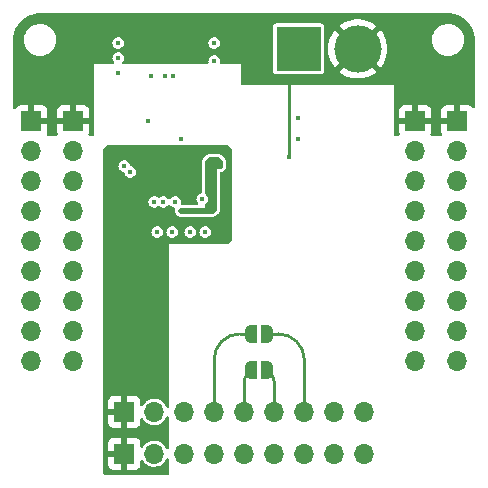
<source format=gbr>
%TF.GenerationSoftware,KiCad,Pcbnew,(6.0.6-1)-1*%
%TF.CreationDate,2022-08-24T14:22:51-07:00*%
%TF.ProjectId,VIO-Board-rounded,56494f2d-426f-4617-9264-2d726f756e64,rev?*%
%TF.SameCoordinates,Original*%
%TF.FileFunction,Copper,L4,Bot*%
%TF.FilePolarity,Positive*%
%FSLAX46Y46*%
G04 Gerber Fmt 4.6, Leading zero omitted, Abs format (unit mm)*
G04 Created by KiCad (PCBNEW (6.0.6-1)-1) date 2022-08-24 14:22:51*
%MOMM*%
%LPD*%
G01*
G04 APERTURE LIST*
G04 Aperture macros list*
%AMFreePoly0*
4,1,22,0.500000,-0.750000,0.000000,-0.750000,0.000000,-0.745033,-0.079941,-0.743568,-0.215256,-0.701293,-0.333266,-0.622738,-0.424486,-0.514219,-0.481581,-0.384460,-0.499164,-0.250000,-0.500000,-0.250000,-0.500000,0.250000,-0.499164,0.250000,-0.499963,0.256109,-0.478152,0.396186,-0.417904,0.524511,-0.324060,0.630769,-0.204165,0.706417,-0.067858,0.745374,0.000000,0.744959,0.000000,0.750000,
0.500000,0.750000,0.500000,-0.750000,0.500000,-0.750000,$1*%
%AMFreePoly1*
4,1,20,0.000000,0.744959,0.073905,0.744508,0.209726,0.703889,0.328688,0.626782,0.421226,0.519385,0.479903,0.390333,0.500000,0.250000,0.500000,-0.250000,0.499851,-0.262216,0.476331,-0.402017,0.414519,-0.529596,0.319384,-0.634700,0.198574,-0.708877,0.061801,-0.746166,0.000000,-0.745033,0.000000,-0.750000,-0.500000,-0.750000,-0.500000,0.750000,0.000000,0.750000,0.000000,0.744959,
0.000000,0.744959,$1*%
G04 Aperture macros list end*
%TA.AperFunction,ComponentPad*%
%ADD10R,1.700000X1.700000*%
%TD*%
%TA.AperFunction,ComponentPad*%
%ADD11O,1.700000X1.700000*%
%TD*%
%TA.AperFunction,ComponentPad*%
%ADD12R,3.800000X3.800000*%
%TD*%
%TA.AperFunction,ComponentPad*%
%ADD13C,4.000000*%
%TD*%
%TA.AperFunction,SMDPad,CuDef*%
%ADD14FreePoly0,180.000000*%
%TD*%
%TA.AperFunction,SMDPad,CuDef*%
%ADD15FreePoly1,180.000000*%
%TD*%
%TA.AperFunction,ViaPad*%
%ADD16C,0.450000*%
%TD*%
%TA.AperFunction,Conductor*%
%ADD17C,0.254000*%
%TD*%
G04 APERTURE END LIST*
D10*
%TO.P,J6,1,Pin_1*%
%TO.N,VS*%
X58445000Y-60208008D03*
D11*
%TO.P,J6,2,Pin_2*%
%TO.N,GNDREF*%
X58445000Y-62748008D03*
%TO.P,J6,3,Pin_3*%
%TO.N,/3V3_CAM1*%
X58445000Y-65288008D03*
%TO.P,J6,4,Pin_4*%
%TO.N,/GPIO3{slash}TX_CAM1*%
X58445000Y-67828008D03*
%TO.P,J6,5,Pin_5*%
%TO.N,/SYNC*%
X58445000Y-70368008D03*
%TO.P,J6,6,Pin_6*%
%TO.N,GNDREF*%
X58445000Y-72908008D03*
%TO.P,J6,7,Pin_7*%
%TO.N,/OPTO_GND_CAM1*%
X58445000Y-75448008D03*
%TO.P,J6,8,Pin_8*%
%TO.N,/OPTO_OUT_CAM1*%
X58445000Y-77988008D03*
%TO.P,J6,9,Pin_9*%
%TO.N,/OPTO_IN_CAM1*%
X58445000Y-80528008D03*
%TD*%
D10*
%TO.P,J4,1,Pin_1*%
%TO.N,VS*%
X90932000Y-60208000D03*
D11*
%TO.P,J4,2,Pin_2*%
%TO.N,GNDREF*%
X90932000Y-62748000D03*
%TO.P,J4,3,Pin_3*%
%TO.N,/3V3_CAM2*%
X90932000Y-65288000D03*
%TO.P,J4,4,Pin_4*%
%TO.N,/GPIO3{slash}TX_CAM2*%
X90932000Y-67828000D03*
%TO.P,J4,5,Pin_5*%
%TO.N,/SYNC*%
X90932000Y-70368000D03*
%TO.P,J4,6,Pin_6*%
%TO.N,GNDREF*%
X90932000Y-72908000D03*
%TO.P,J4,7,Pin_7*%
%TO.N,/OPTO_GND_CAM2*%
X90932000Y-75448000D03*
%TO.P,J4,8,Pin_8*%
%TO.N,/OPTO_OUT_CAM2*%
X90932000Y-77988000D03*
%TO.P,J4,9,Pin_9*%
%TO.N,/OPTO_IN_CAM2*%
X90932000Y-80528000D03*
%TD*%
D10*
%TO.P,J5,1,Pin_1*%
%TO.N,VBUS*%
X66304000Y-84836000D03*
D11*
%TO.P,J5,2,Pin_2*%
%TO.N,/TX1*%
X68844000Y-84836000D03*
%TO.P,J5,3,Pin_3*%
%TO.N,/RX1*%
X71384000Y-84836000D03*
%TO.P,J5,4,Pin_4*%
%TO.N,/SYNC*%
X73924000Y-84836000D03*
%TO.P,J5,5,Pin_5*%
%TO.N,GNDREF*%
X76464000Y-84836000D03*
%TO.P,J5,6,Pin_6*%
%TO.N,/RESTORE*%
X79004000Y-84836000D03*
%TO.P,J5,7,Pin_7*%
%TO.N,/SYNC_IN*%
X81544000Y-84836000D03*
%TO.P,J5,8,Pin_8*%
%TO.N,/TX2*%
X84084000Y-84836000D03*
%TO.P,J5,9,Pin_9*%
%TO.N,/RX2*%
X86624000Y-84836000D03*
%TD*%
D12*
%TO.P,J1,1,Pin_1*%
%TO.N,GNDREF*%
X81066000Y-54102000D03*
D13*
%TO.P,J1,2,Pin_2*%
%TO.N,VS*%
X86066000Y-54102000D03*
%TD*%
D10*
%TO.P,J7,1,Pin_1*%
%TO.N,VS*%
X94512994Y-60208008D03*
D11*
%TO.P,J7,2,Pin_2*%
%TO.N,GNDREF*%
X94512994Y-62748008D03*
%TO.P,J7,3,Pin_3*%
%TO.N,/3V3_CAM2*%
X94512994Y-65288008D03*
%TO.P,J7,4,Pin_4*%
%TO.N,/GPIO3{slash}TX_CAM2*%
X94512994Y-67828008D03*
%TO.P,J7,5,Pin_5*%
%TO.N,/SYNC*%
X94512994Y-70368008D03*
%TO.P,J7,6,Pin_6*%
%TO.N,GNDREF*%
X94512994Y-72908008D03*
%TO.P,J7,7,Pin_7*%
%TO.N,/OPTO_GND_CAM2*%
X94512994Y-75448008D03*
%TO.P,J7,8,Pin_8*%
%TO.N,/OPTO_OUT_CAM2*%
X94512994Y-77988008D03*
%TO.P,J7,9,Pin_9*%
%TO.N,/OPTO_IN_CAM2*%
X94512994Y-80528008D03*
%TD*%
D10*
%TO.P,J8,1,Pin_1*%
%TO.N,VBUS*%
X66304000Y-88367000D03*
D11*
%TO.P,J8,2,Pin_2*%
%TO.N,/TX1*%
X68844000Y-88367000D03*
%TO.P,J8,3,Pin_3*%
%TO.N,/RX1*%
X71384000Y-88367000D03*
%TO.P,J8,4,Pin_4*%
%TO.N,/SYNC*%
X73924000Y-88367000D03*
%TO.P,J8,5,Pin_5*%
%TO.N,GNDREF*%
X76464000Y-88367000D03*
%TO.P,J8,6,Pin_6*%
%TO.N,/RESTORE*%
X79004000Y-88367000D03*
%TO.P,J8,7,Pin_7*%
%TO.N,/SYNC_IN*%
X81544000Y-88367000D03*
%TO.P,J8,8,Pin_8*%
%TO.N,/TX2*%
X84084000Y-88367000D03*
%TO.P,J8,9,Pin_9*%
%TO.N,/RX2*%
X86624000Y-88367000D03*
%TD*%
D10*
%TO.P,J3,1,Pin_1*%
%TO.N,VS*%
X61976000Y-60208008D03*
D11*
%TO.P,J3,2,Pin_2*%
%TO.N,GNDREF*%
X61976000Y-62748008D03*
%TO.P,J3,3,Pin_3*%
%TO.N,/3V3_CAM1*%
X61976000Y-65288008D03*
%TO.P,J3,4,Pin_4*%
%TO.N,/GPIO3{slash}TX_CAM1*%
X61976000Y-67828008D03*
%TO.P,J3,5,Pin_5*%
%TO.N,/SYNC*%
X61976000Y-70368008D03*
%TO.P,J3,6,Pin_6*%
%TO.N,GNDREF*%
X61976000Y-72908008D03*
%TO.P,J3,7,Pin_7*%
%TO.N,/OPTO_GND_CAM1*%
X61976000Y-75448008D03*
%TO.P,J3,8,Pin_8*%
%TO.N,/OPTO_OUT_CAM1*%
X61976000Y-77988008D03*
%TO.P,J3,9,Pin_9*%
%TO.N,/OPTO_IN_CAM1*%
X61976000Y-80528008D03*
%TD*%
D14*
%TO.P,JP1,1,A*%
%TO.N,/RESTORE*%
X78374000Y-81280000D03*
D15*
%TO.P,JP1,2,B*%
%TO.N,GNDREF*%
X77074000Y-81280000D03*
%TD*%
D14*
%TO.P,JP2,1,A*%
%TO.N,/SYNC_IN*%
X78374000Y-78232000D03*
D15*
%TO.P,JP2,2,B*%
%TO.N,/SYNC*%
X77074000Y-78232000D03*
%TD*%
D16*
%TO.N,VBUS*%
X72390000Y-62738000D03*
X74930000Y-65024000D03*
X72136000Y-66802000D03*
X74930000Y-67818000D03*
X74930000Y-62738000D03*
X72136000Y-65786000D03*
X74930000Y-66802000D03*
%TO.N,GNDREF*%
X81026000Y-59944000D03*
X71120000Y-61722000D03*
X68326000Y-60198000D03*
X65786000Y-56134000D03*
X68580000Y-56388000D03*
X65786000Y-54864000D03*
X71882000Y-69596000D03*
X72898000Y-66802000D03*
X68834000Y-67056000D03*
X73914000Y-55118000D03*
X65786000Y-53594000D03*
X70358000Y-69596000D03*
X73914000Y-53594000D03*
X73152000Y-69596000D03*
X81026000Y-61722000D03*
X69088000Y-69596000D03*
%TO.N,+3V3*%
X71120000Y-67818000D03*
X74168000Y-63754000D03*
%TO.N,/D-*%
X70612000Y-67056000D03*
X70454000Y-56408223D03*
%TO.N,/D+*%
X69754000Y-56408223D03*
X69596000Y-67056000D03*
%TO.N,/TX2*%
X66294000Y-64008000D03*
%TO.N,/RX2*%
X66802000Y-64516000D03*
%TO.N,VS*%
X80264000Y-63246000D03*
%TD*%
D17*
%TO.N,GNDREF*%
X76464000Y-82321335D02*
X76464000Y-84836000D01*
X76769000Y-81585000D02*
X77074000Y-81280000D01*
X76464015Y-82321335D02*
G75*
G02*
X76769000Y-81585000I1041285J35D01*
G01*
%TO.N,/SYNC*%
X76074954Y-78232000D02*
X77074000Y-78232000D01*
X73924000Y-80382954D02*
X73924000Y-84836000D01*
X74553984Y-78861984D02*
G75*
G02*
X76074954Y-78232000I1520916J-1520916D01*
G01*
X73924023Y-80382954D02*
G75*
G02*
X74554000Y-78862000I2150877J54D01*
G01*
%TO.N,/RESTORE*%
X78689000Y-81595000D02*
X78374000Y-81280000D01*
X79004000Y-82355477D02*
X79004000Y-84836000D01*
X79004009Y-82355477D02*
G75*
G03*
X78689000Y-81595000I-1075509J-23D01*
G01*
%TO.N,/SYNC_IN*%
X79358903Y-78232000D02*
X78374000Y-78232000D01*
X81544000Y-80417096D02*
X81544000Y-84836000D01*
X79358903Y-78231999D02*
G75*
G02*
X80904000Y-78872000I-3J-2185101D01*
G01*
X81544001Y-80417096D02*
G75*
G03*
X80904000Y-78872000I-2185101J-4D01*
G01*
%TO.N,VS*%
X80264000Y-63246000D02*
X80264000Y-57150000D01*
%TD*%
%TA.AperFunction,Conductor*%
%TO.N,+3V3*%
G36*
X74176188Y-63247078D02*
G01*
X74283034Y-63261145D01*
X74314805Y-63269658D01*
X74406676Y-63307712D01*
X74435162Y-63324159D01*
X74514050Y-63384692D01*
X74537308Y-63407950D01*
X74597841Y-63486838D01*
X74614288Y-63515324D01*
X74652342Y-63607195D01*
X74660855Y-63638966D01*
X74674922Y-63745812D01*
X74676000Y-63762259D01*
X74676000Y-63995589D01*
X74673579Y-64020171D01*
X74661554Y-64080622D01*
X74642740Y-64126042D01*
X74615529Y-64166766D01*
X74580766Y-64201529D01*
X74540042Y-64228740D01*
X74494622Y-64247554D01*
X74421998Y-64262000D01*
X74168000Y-64262000D01*
X74168000Y-67555741D01*
X74166922Y-67572188D01*
X74152855Y-67679034D01*
X74144342Y-67710805D01*
X74106288Y-67802676D01*
X74089841Y-67831162D01*
X74029308Y-67910050D01*
X74006050Y-67933308D01*
X73927162Y-67993841D01*
X73898676Y-68010288D01*
X73806805Y-68048342D01*
X73775034Y-68056855D01*
X73668188Y-68070922D01*
X73651741Y-68072000D01*
X71132411Y-68072000D01*
X71107829Y-68069579D01*
X71047378Y-68057554D01*
X71001958Y-68038740D01*
X70961234Y-68011529D01*
X70926471Y-67976766D01*
X70899260Y-67936042D01*
X70880446Y-67890622D01*
X70870890Y-67842582D01*
X70870890Y-67793418D01*
X70880446Y-67745378D01*
X70899260Y-67699958D01*
X70926471Y-67659234D01*
X70961234Y-67624471D01*
X71001958Y-67597260D01*
X71047378Y-67578446D01*
X71107829Y-67566421D01*
X71132411Y-67564000D01*
X73152000Y-67564000D01*
X73152000Y-67208761D01*
X73207439Y-67174721D01*
X73299612Y-67072890D01*
X73310663Y-67050082D01*
X73355585Y-66957362D01*
X73355585Y-66957361D01*
X73359499Y-66949283D01*
X73382286Y-66813836D01*
X73382431Y-66802000D01*
X73381584Y-66796082D01*
X73364232Y-66674923D01*
X73364232Y-66674921D01*
X73362959Y-66666036D01*
X73306110Y-66541003D01*
X73216453Y-66436951D01*
X73208918Y-66432067D01*
X73202156Y-66426168D01*
X73203130Y-66425051D01*
X73163184Y-66378589D01*
X73152000Y-66326691D01*
X73152000Y-63762259D01*
X73153078Y-63745812D01*
X73167145Y-63638966D01*
X73175658Y-63607195D01*
X73213712Y-63515324D01*
X73230159Y-63486838D01*
X73290692Y-63407950D01*
X73313950Y-63384692D01*
X73392838Y-63324159D01*
X73421324Y-63307712D01*
X73513195Y-63269658D01*
X73544966Y-63261145D01*
X73651812Y-63247078D01*
X73668259Y-63246000D01*
X74159741Y-63246000D01*
X74176188Y-63247078D01*
G37*
%TD.AperFunction*%
%TD*%
%TA.AperFunction,Conductor*%
%TO.N,VS*%
G36*
X93713103Y-51056921D02*
G01*
X93726000Y-51059486D01*
X93738172Y-51057065D01*
X93750580Y-51057065D01*
X93750580Y-51057385D01*
X93761456Y-51056645D01*
X93794145Y-51058622D01*
X93993880Y-51070704D01*
X94008984Y-51072538D01*
X94265458Y-51119538D01*
X94280231Y-51123179D01*
X94529180Y-51200755D01*
X94543398Y-51206147D01*
X94781182Y-51313165D01*
X94794638Y-51320227D01*
X95017788Y-51455126D01*
X95030310Y-51463769D01*
X95235573Y-51624583D01*
X95246961Y-51634673D01*
X95431327Y-51819039D01*
X95441417Y-51830427D01*
X95595102Y-52026590D01*
X95602231Y-52035690D01*
X95610873Y-52048211D01*
X95745773Y-52271362D01*
X95752835Y-52284818D01*
X95841129Y-52481000D01*
X95859851Y-52522598D01*
X95865245Y-52536820D01*
X95928722Y-52740524D01*
X95942821Y-52785769D01*
X95946462Y-52800542D01*
X95993462Y-53057016D01*
X95995296Y-53072120D01*
X96009355Y-53304544D01*
X96008615Y-53315420D01*
X96008935Y-53315420D01*
X96008935Y-53327828D01*
X96006514Y-53340000D01*
X96008935Y-53352170D01*
X96009079Y-53352894D01*
X96011500Y-53377476D01*
X96011500Y-58997964D01*
X95991498Y-59066085D01*
X95937842Y-59112578D01*
X95867568Y-59122682D01*
X95802988Y-59093188D01*
X95784674Y-59073529D01*
X95731279Y-59002284D01*
X95718718Y-58989723D01*
X95616643Y-58913222D01*
X95601048Y-58904684D01*
X95480600Y-58859530D01*
X95465345Y-58855903D01*
X95414480Y-58850377D01*
X95407666Y-58850008D01*
X94785109Y-58850008D01*
X94769870Y-58854483D01*
X94768665Y-58855873D01*
X94766994Y-58863556D01*
X94766994Y-60336008D01*
X94746992Y-60404129D01*
X94693336Y-60450622D01*
X94640994Y-60462008D01*
X93173110Y-60462008D01*
X93157871Y-60466483D01*
X93156666Y-60467873D01*
X93154995Y-60475556D01*
X93154995Y-61102677D01*
X93155365Y-61109498D01*
X93160889Y-61160360D01*
X93164516Y-61175614D01*
X93210310Y-61297771D01*
X93215493Y-61368578D01*
X93181572Y-61430947D01*
X93119317Y-61465076D01*
X93092328Y-61468000D01*
X92352663Y-61468000D01*
X92284542Y-61447998D01*
X92238049Y-61394342D01*
X92227945Y-61324068D01*
X92234681Y-61297771D01*
X92280478Y-61175609D01*
X92284105Y-61160351D01*
X92289631Y-61109486D01*
X92290000Y-61102672D01*
X92290000Y-60480115D01*
X92285525Y-60464876D01*
X92284135Y-60463671D01*
X92276452Y-60462000D01*
X89592116Y-60462000D01*
X89576877Y-60466475D01*
X89575672Y-60467865D01*
X89574001Y-60475548D01*
X89574001Y-61102669D01*
X89574371Y-61109490D01*
X89579895Y-61160352D01*
X89583522Y-61175606D01*
X89629319Y-61297771D01*
X89634502Y-61368578D01*
X89600581Y-61430947D01*
X89538326Y-61465076D01*
X89511337Y-61468000D01*
X89280000Y-61468000D01*
X89211879Y-61447998D01*
X89165386Y-61394342D01*
X89154000Y-61342000D01*
X89154000Y-59935885D01*
X89574000Y-59935885D01*
X89578475Y-59951124D01*
X89579865Y-59952329D01*
X89587548Y-59954000D01*
X90659885Y-59954000D01*
X90675124Y-59949525D01*
X90676329Y-59948135D01*
X90678000Y-59940452D01*
X90678000Y-59935885D01*
X91186000Y-59935885D01*
X91190475Y-59951124D01*
X91191865Y-59952329D01*
X91199548Y-59954000D01*
X92271884Y-59954000D01*
X92287123Y-59949525D01*
X92288328Y-59948135D01*
X92289999Y-59940452D01*
X92289999Y-59935893D01*
X93154994Y-59935893D01*
X93159469Y-59951132D01*
X93160859Y-59952337D01*
X93168542Y-59954008D01*
X94240879Y-59954008D01*
X94256118Y-59949533D01*
X94257323Y-59948143D01*
X94258994Y-59940460D01*
X94258994Y-58868124D01*
X94254519Y-58852885D01*
X94253129Y-58851680D01*
X94245446Y-58850009D01*
X93618325Y-58850009D01*
X93611504Y-58850379D01*
X93560642Y-58855903D01*
X93545390Y-58859529D01*
X93424940Y-58904684D01*
X93409345Y-58913222D01*
X93307270Y-58989723D01*
X93294709Y-59002284D01*
X93218208Y-59104359D01*
X93209670Y-59119954D01*
X93164516Y-59240402D01*
X93160889Y-59255657D01*
X93155363Y-59306522D01*
X93154994Y-59313336D01*
X93154994Y-59935893D01*
X92289999Y-59935893D01*
X92289999Y-59313331D01*
X92289629Y-59306510D01*
X92284105Y-59255648D01*
X92280479Y-59240396D01*
X92235324Y-59119946D01*
X92226786Y-59104351D01*
X92150285Y-59002276D01*
X92137724Y-58989715D01*
X92035649Y-58913214D01*
X92020054Y-58904676D01*
X91899606Y-58859522D01*
X91884351Y-58855895D01*
X91833486Y-58850369D01*
X91826672Y-58850000D01*
X91204115Y-58850000D01*
X91188876Y-58854475D01*
X91187671Y-58855865D01*
X91186000Y-58863548D01*
X91186000Y-59935885D01*
X90678000Y-59935885D01*
X90678000Y-58868116D01*
X90673525Y-58852877D01*
X90672135Y-58851672D01*
X90664452Y-58850001D01*
X90037331Y-58850001D01*
X90030510Y-58850371D01*
X89979648Y-58855895D01*
X89964396Y-58859521D01*
X89843946Y-58904676D01*
X89828351Y-58913214D01*
X89726276Y-58989715D01*
X89713715Y-59002276D01*
X89637214Y-59104351D01*
X89628676Y-59119946D01*
X89583522Y-59240394D01*
X89579895Y-59255649D01*
X89574369Y-59306514D01*
X89574000Y-59313328D01*
X89574000Y-59935885D01*
X89154000Y-59935885D01*
X89154000Y-57150000D01*
X76326000Y-57150000D01*
X76257879Y-57129998D01*
X76211386Y-57076342D01*
X76200000Y-57024000D01*
X76200000Y-55372000D01*
X74506514Y-55372000D01*
X74438393Y-55351998D01*
X74391900Y-55298342D01*
X74382260Y-55225096D01*
X74397479Y-55134633D01*
X74398286Y-55129836D01*
X74398431Y-55118000D01*
X74397584Y-55112082D01*
X74380232Y-54990923D01*
X74380232Y-54990921D01*
X74378959Y-54982036D01*
X74322110Y-54857003D01*
X74232453Y-54752951D01*
X74117196Y-54678244D01*
X73985603Y-54638890D01*
X73976627Y-54638835D01*
X73976626Y-54638835D01*
X73919080Y-54638484D01*
X73848255Y-54638051D01*
X73716192Y-54675795D01*
X73708605Y-54680582D01*
X73708603Y-54680583D01*
X73688036Y-54693560D01*
X73600031Y-54749087D01*
X73509109Y-54852036D01*
X73505295Y-54860159D01*
X73505294Y-54860161D01*
X73477136Y-54920136D01*
X73450736Y-54976366D01*
X73444042Y-55019362D01*
X73430986Y-55103209D01*
X73430986Y-55103213D01*
X73429605Y-55112082D01*
X73430769Y-55120984D01*
X73430769Y-55120987D01*
X73444980Y-55229663D01*
X73433980Y-55299802D01*
X73386805Y-55352860D01*
X73320044Y-55372000D01*
X66256991Y-55372000D01*
X66188870Y-55351998D01*
X66142377Y-55298342D01*
X66132273Y-55228068D01*
X66163574Y-55161446D01*
X66187612Y-55134890D01*
X66198135Y-55113172D01*
X66243585Y-55019362D01*
X66243585Y-55019361D01*
X66247499Y-55011283D01*
X66270286Y-54875836D01*
X66270431Y-54864000D01*
X66269584Y-54858082D01*
X66252232Y-54736923D01*
X66252232Y-54736921D01*
X66250959Y-54728036D01*
X66194110Y-54603003D01*
X66104453Y-54498951D01*
X65989196Y-54424244D01*
X65857603Y-54384890D01*
X65848627Y-54384835D01*
X65848626Y-54384835D01*
X65791080Y-54384484D01*
X65720255Y-54384051D01*
X65588192Y-54421795D01*
X65580605Y-54426582D01*
X65580603Y-54426583D01*
X65532505Y-54456931D01*
X65472031Y-54495087D01*
X65466088Y-54501816D01*
X65400706Y-54575847D01*
X65381109Y-54598036D01*
X65377295Y-54606159D01*
X65377294Y-54606161D01*
X65369757Y-54622214D01*
X65322736Y-54722366D01*
X65318576Y-54749087D01*
X65302986Y-54849209D01*
X65302986Y-54849213D01*
X65301605Y-54858082D01*
X65302769Y-54866984D01*
X65302769Y-54866987D01*
X65304554Y-54880633D01*
X65319414Y-54994273D01*
X65374732Y-55119992D01*
X65380510Y-55126865D01*
X65380510Y-55126866D01*
X65412502Y-55164925D01*
X65441023Y-55229941D01*
X65429867Y-55300055D01*
X65382575Y-55353008D01*
X65316051Y-55372000D01*
X63754000Y-55372000D01*
X63754000Y-61342000D01*
X63733998Y-61410121D01*
X63680342Y-61456614D01*
X63628000Y-61468000D01*
X63396666Y-61468000D01*
X63328545Y-61447998D01*
X63282052Y-61394342D01*
X63271948Y-61324068D01*
X63278684Y-61297771D01*
X63324478Y-61175617D01*
X63328105Y-61160359D01*
X63333631Y-61109494D01*
X63334000Y-61102680D01*
X63334000Y-60480123D01*
X63329525Y-60464884D01*
X63328135Y-60463679D01*
X63320452Y-60462008D01*
X60636116Y-60462008D01*
X60620877Y-60466483D01*
X60619672Y-60467873D01*
X60618001Y-60475556D01*
X60618001Y-61102677D01*
X60618371Y-61109498D01*
X60623895Y-61160360D01*
X60627522Y-61175614D01*
X60673316Y-61297771D01*
X60678499Y-61368578D01*
X60644578Y-61430947D01*
X60582323Y-61465076D01*
X60555334Y-61468000D01*
X59865666Y-61468000D01*
X59797545Y-61447998D01*
X59751052Y-61394342D01*
X59740948Y-61324068D01*
X59747684Y-61297771D01*
X59793478Y-61175617D01*
X59797105Y-61160359D01*
X59802631Y-61109494D01*
X59803000Y-61102680D01*
X59803000Y-60480123D01*
X59798525Y-60464884D01*
X59797135Y-60463679D01*
X59789452Y-60462008D01*
X58317000Y-60462008D01*
X58248879Y-60442006D01*
X58202386Y-60388350D01*
X58191000Y-60336008D01*
X58191000Y-59935893D01*
X58699000Y-59935893D01*
X58703475Y-59951132D01*
X58704865Y-59952337D01*
X58712548Y-59954008D01*
X59784884Y-59954008D01*
X59800123Y-59949533D01*
X59801328Y-59948143D01*
X59802999Y-59940460D01*
X59802999Y-59935893D01*
X60618000Y-59935893D01*
X60622475Y-59951132D01*
X60623865Y-59952337D01*
X60631548Y-59954008D01*
X61703885Y-59954008D01*
X61719124Y-59949533D01*
X61720329Y-59948143D01*
X61722000Y-59940460D01*
X61722000Y-59935893D01*
X62230000Y-59935893D01*
X62234475Y-59951132D01*
X62235865Y-59952337D01*
X62243548Y-59954008D01*
X63315884Y-59954008D01*
X63331123Y-59949533D01*
X63332328Y-59948143D01*
X63333999Y-59940460D01*
X63333999Y-59313339D01*
X63333629Y-59306518D01*
X63328105Y-59255656D01*
X63324479Y-59240404D01*
X63279324Y-59119954D01*
X63270786Y-59104359D01*
X63194285Y-59002284D01*
X63181724Y-58989723D01*
X63079649Y-58913222D01*
X63064054Y-58904684D01*
X62943606Y-58859530D01*
X62928351Y-58855903D01*
X62877486Y-58850377D01*
X62870672Y-58850008D01*
X62248115Y-58850008D01*
X62232876Y-58854483D01*
X62231671Y-58855873D01*
X62230000Y-58863556D01*
X62230000Y-59935893D01*
X61722000Y-59935893D01*
X61722000Y-58868124D01*
X61717525Y-58852885D01*
X61716135Y-58851680D01*
X61708452Y-58850009D01*
X61081331Y-58850009D01*
X61074510Y-58850379D01*
X61023648Y-58855903D01*
X61008396Y-58859529D01*
X60887946Y-58904684D01*
X60872351Y-58913222D01*
X60770276Y-58989723D01*
X60757715Y-59002284D01*
X60681214Y-59104359D01*
X60672676Y-59119954D01*
X60627522Y-59240402D01*
X60623895Y-59255657D01*
X60618369Y-59306522D01*
X60618000Y-59313336D01*
X60618000Y-59935893D01*
X59802999Y-59935893D01*
X59802999Y-59313339D01*
X59802629Y-59306518D01*
X59797105Y-59255656D01*
X59793479Y-59240404D01*
X59748324Y-59119954D01*
X59739786Y-59104359D01*
X59663285Y-59002284D01*
X59650724Y-58989723D01*
X59548649Y-58913222D01*
X59533054Y-58904684D01*
X59412606Y-58859530D01*
X59397351Y-58855903D01*
X59346486Y-58850377D01*
X59339672Y-58850008D01*
X58717115Y-58850008D01*
X58701876Y-58854483D01*
X58700671Y-58855873D01*
X58699000Y-58863556D01*
X58699000Y-59935893D01*
X58191000Y-59935893D01*
X58191000Y-58868124D01*
X58186525Y-58852885D01*
X58185135Y-58851680D01*
X58177452Y-58850009D01*
X57550331Y-58850009D01*
X57543510Y-58850379D01*
X57492648Y-58855903D01*
X57477396Y-58859529D01*
X57356946Y-58904684D01*
X57341351Y-58913222D01*
X57239276Y-58989723D01*
X57226715Y-59002284D01*
X57150214Y-59104359D01*
X57141675Y-59119956D01*
X57140482Y-59123138D01*
X57138456Y-59125835D01*
X57137366Y-59127826D01*
X57137079Y-59127669D01*
X57097841Y-59179903D01*
X57031279Y-59204603D01*
X56961930Y-59189396D01*
X56911812Y-59139110D01*
X56896500Y-59078909D01*
X56896500Y-53377476D01*
X56898921Y-53352894D01*
X56899065Y-53352170D01*
X56901486Y-53340000D01*
X56899065Y-53327828D01*
X56899065Y-53315420D01*
X56899385Y-53315420D01*
X56898645Y-53304544D01*
X56900374Y-53275964D01*
X57824112Y-53275964D01*
X57824312Y-53281292D01*
X57824312Y-53281294D01*
X57826464Y-53338599D01*
X57825705Y-53338628D01*
X57826034Y-53340016D01*
X57826340Y-53339989D01*
X57826374Y-53340377D01*
X57826465Y-53341838D01*
X57826523Y-53342085D01*
X57826648Y-53343507D01*
X57832736Y-53505669D01*
X57833831Y-53510888D01*
X57846628Y-53571879D01*
X57845861Y-53572040D01*
X57846841Y-53574316D01*
X57846937Y-53575408D01*
X57848361Y-53580722D01*
X57848464Y-53581307D01*
X57849635Y-53586210D01*
X57879939Y-53730637D01*
X57887334Y-53749362D01*
X57905975Y-53796566D01*
X57906724Y-53798541D01*
X57908097Y-53803663D01*
X57910422Y-53808649D01*
X57910423Y-53808651D01*
X57910947Y-53809775D01*
X57913934Y-53816717D01*
X57964372Y-53944436D01*
X58001273Y-54005246D01*
X58002811Y-54008126D01*
X58002890Y-54008080D01*
X58005639Y-54012841D01*
X58007965Y-54017829D01*
X58011122Y-54022337D01*
X58011124Y-54022341D01*
X58012674Y-54024555D01*
X58017181Y-54031462D01*
X58065798Y-54111580D01*
X58083621Y-54140952D01*
X58087116Y-54144979D01*
X58087117Y-54144981D01*
X58133993Y-54199000D01*
X58137555Y-54203563D01*
X58140347Y-54206890D01*
X58143505Y-54211401D01*
X58149791Y-54217687D01*
X58155861Y-54224201D01*
X58234276Y-54314566D01*
X58238407Y-54317953D01*
X58298309Y-54367070D01*
X58305574Y-54373652D01*
X58306706Y-54374602D01*
X58310599Y-54378495D01*
X58315103Y-54381649D01*
X58315108Y-54381653D01*
X58317936Y-54383633D01*
X58325554Y-54389410D01*
X58407901Y-54456931D01*
X58407907Y-54456935D01*
X58412029Y-54460315D01*
X58471324Y-54494067D01*
X58489355Y-54504331D01*
X58499296Y-54510622D01*
X58499660Y-54510877D01*
X58499667Y-54510881D01*
X58504171Y-54514035D01*
X58509155Y-54516359D01*
X58509160Y-54516362D01*
X58511875Y-54517628D01*
X58520952Y-54522318D01*
X58565061Y-54547426D01*
X58611798Y-54574030D01*
X58691616Y-54603003D01*
X58701498Y-54606590D01*
X58711753Y-54610833D01*
X58713348Y-54611577D01*
X58713350Y-54611578D01*
X58718337Y-54613903D01*
X58723653Y-54615327D01*
X58723655Y-54615328D01*
X58724719Y-54615613D01*
X58725702Y-54615876D01*
X58736081Y-54619143D01*
X58827871Y-54652461D01*
X58928443Y-54670648D01*
X58938616Y-54672926D01*
X58946592Y-54675063D01*
X58952990Y-54675623D01*
X58964412Y-54677152D01*
X59054069Y-54693364D01*
X59058208Y-54693559D01*
X59058215Y-54693560D01*
X59076670Y-54694430D01*
X59076677Y-54694430D01*
X59078158Y-54694500D01*
X59239712Y-54694500D01*
X59319444Y-54687735D01*
X59405733Y-54680413D01*
X59405737Y-54680412D01*
X59411044Y-54679962D01*
X59416199Y-54678624D01*
X59416205Y-54678623D01*
X59628368Y-54623556D01*
X59628367Y-54623556D01*
X59633539Y-54622214D01*
X59780412Y-54556052D01*
X59838262Y-54529993D01*
X59838265Y-54529992D01*
X59843123Y-54527803D01*
X60033803Y-54399430D01*
X60047339Y-54386518D01*
X60196271Y-54244443D01*
X60200128Y-54240764D01*
X60337342Y-54056342D01*
X60345168Y-54040951D01*
X60439102Y-53856194D01*
X60439102Y-53856193D01*
X60441520Y-53851438D01*
X60509685Y-53631911D01*
X60515494Y-53588082D01*
X65301605Y-53588082D01*
X65302769Y-53596984D01*
X65302769Y-53596987D01*
X65310510Y-53656178D01*
X65319414Y-53724273D01*
X65374732Y-53849992D01*
X65463111Y-53955132D01*
X65470588Y-53960109D01*
X65538379Y-54005234D01*
X65577447Y-54031240D01*
X65708549Y-54072199D01*
X65845876Y-54074716D01*
X65855109Y-54072199D01*
X65969727Y-54040951D01*
X65978391Y-54038589D01*
X66095439Y-53966721D01*
X66112153Y-53948256D01*
X66181584Y-53871550D01*
X66181585Y-53871549D01*
X66187612Y-53864890D01*
X66191826Y-53856194D01*
X66243585Y-53749362D01*
X66243585Y-53749361D01*
X66247499Y-53741283D01*
X66270286Y-53605836D01*
X66270431Y-53594000D01*
X66269584Y-53588082D01*
X73429605Y-53588082D01*
X73430769Y-53596984D01*
X73430769Y-53596987D01*
X73438510Y-53656178D01*
X73447414Y-53724273D01*
X73502732Y-53849992D01*
X73591111Y-53955132D01*
X73598588Y-53960109D01*
X73666379Y-54005234D01*
X73705447Y-54031240D01*
X73836549Y-54072199D01*
X73973876Y-54074716D01*
X73983109Y-54072199D01*
X74097727Y-54040951D01*
X74106391Y-54038589D01*
X74223439Y-53966721D01*
X74240153Y-53948256D01*
X74309584Y-53871550D01*
X74309585Y-53871549D01*
X74315612Y-53864890D01*
X74319826Y-53856194D01*
X74371585Y-53749362D01*
X74371585Y-53749361D01*
X74375499Y-53741283D01*
X74398286Y-53605836D01*
X74398431Y-53594000D01*
X74397584Y-53588082D01*
X74380232Y-53466923D01*
X74380232Y-53466921D01*
X74378959Y-53458036D01*
X74322110Y-53333003D01*
X74232453Y-53228951D01*
X74117196Y-53154244D01*
X73985603Y-53114890D01*
X73976627Y-53114835D01*
X73976626Y-53114835D01*
X73919080Y-53114484D01*
X73848255Y-53114051D01*
X73716192Y-53151795D01*
X73708605Y-53156582D01*
X73708603Y-53156583D01*
X73646850Y-53195546D01*
X73600031Y-53225087D01*
X73594088Y-53231816D01*
X73555098Y-53275964D01*
X73509109Y-53328036D01*
X73505295Y-53336159D01*
X73505294Y-53336161D01*
X73502834Y-53341401D01*
X73450736Y-53452366D01*
X73447480Y-53473277D01*
X73430986Y-53579209D01*
X73430986Y-53579213D01*
X73429605Y-53588082D01*
X66269584Y-53588082D01*
X66252232Y-53466923D01*
X66252232Y-53466921D01*
X66250959Y-53458036D01*
X66194110Y-53333003D01*
X66104453Y-53228951D01*
X65989196Y-53154244D01*
X65857603Y-53114890D01*
X65848627Y-53114835D01*
X65848626Y-53114835D01*
X65791080Y-53114484D01*
X65720255Y-53114051D01*
X65588192Y-53151795D01*
X65580605Y-53156582D01*
X65580603Y-53156583D01*
X65518850Y-53195546D01*
X65472031Y-53225087D01*
X65466088Y-53231816D01*
X65427098Y-53275964D01*
X65381109Y-53328036D01*
X65377295Y-53336159D01*
X65377294Y-53336161D01*
X65374834Y-53341401D01*
X65322736Y-53452366D01*
X65319480Y-53473277D01*
X65302986Y-53579209D01*
X65302986Y-53579213D01*
X65301605Y-53588082D01*
X60515494Y-53588082D01*
X60539888Y-53404036D01*
X60537536Y-53341401D01*
X60538295Y-53341372D01*
X60537966Y-53339984D01*
X60537660Y-53340011D01*
X60537626Y-53339623D01*
X60537535Y-53338162D01*
X60537477Y-53337915D01*
X60537352Y-53336493D01*
X60531264Y-53174331D01*
X60517372Y-53108121D01*
X60518139Y-53107960D01*
X60517159Y-53105684D01*
X60517063Y-53104592D01*
X60515639Y-53099278D01*
X60515536Y-53098693D01*
X60514362Y-53093778D01*
X60505886Y-53053378D01*
X60484061Y-52949363D01*
X60458025Y-52883434D01*
X60457276Y-52881459D01*
X60455903Y-52876337D01*
X60453053Y-52870225D01*
X60450066Y-52863283D01*
X60399628Y-52735564D01*
X60362727Y-52674754D01*
X60361189Y-52671874D01*
X60361110Y-52671920D01*
X60358361Y-52667159D01*
X60356035Y-52662171D01*
X60352876Y-52657659D01*
X60351326Y-52655445D01*
X60346819Y-52648538D01*
X60283147Y-52543609D01*
X60283145Y-52543606D01*
X60280379Y-52539048D01*
X60276883Y-52535019D01*
X60230007Y-52481000D01*
X60226445Y-52476437D01*
X60223653Y-52473110D01*
X60220495Y-52468599D01*
X60214209Y-52462313D01*
X60208139Y-52455799D01*
X60133224Y-52369467D01*
X60133222Y-52369465D01*
X60129724Y-52365434D01*
X60065692Y-52312930D01*
X60058426Y-52306348D01*
X60057294Y-52305398D01*
X60053401Y-52301505D01*
X60048897Y-52298351D01*
X60048892Y-52298347D01*
X60046064Y-52296367D01*
X60038446Y-52290590D01*
X59956099Y-52223069D01*
X59956093Y-52223065D01*
X59951971Y-52219685D01*
X59876866Y-52176933D01*
X78911500Y-52176933D01*
X78911501Y-56027066D01*
X78926266Y-56101301D01*
X78933161Y-56111620D01*
X78933162Y-56111622D01*
X78956024Y-56145836D01*
X78982516Y-56185484D01*
X79066699Y-56241734D01*
X79140933Y-56256500D01*
X81065844Y-56256500D01*
X82991066Y-56256499D01*
X83026818Y-56249388D01*
X83053126Y-56244156D01*
X83053128Y-56244155D01*
X83065301Y-56241734D01*
X83075621Y-56234839D01*
X83075622Y-56234838D01*
X83139168Y-56192377D01*
X83149484Y-56185484D01*
X83205734Y-56101301D01*
X83216339Y-56047987D01*
X84484721Y-56047987D01*
X84493548Y-56059605D01*
X84716281Y-56221430D01*
X84722961Y-56225670D01*
X84992572Y-56373890D01*
X84999707Y-56377247D01*
X85285770Y-56490508D01*
X85293296Y-56492953D01*
X85591279Y-56569462D01*
X85599050Y-56570945D01*
X85904278Y-56609503D01*
X85912169Y-56610000D01*
X86219831Y-56610000D01*
X86227722Y-56609503D01*
X86532950Y-56570945D01*
X86540721Y-56569462D01*
X86838704Y-56492953D01*
X86846230Y-56490508D01*
X87132293Y-56377247D01*
X87139428Y-56373890D01*
X87409039Y-56225670D01*
X87415719Y-56221430D01*
X87638823Y-56059336D01*
X87647246Y-56048413D01*
X87640342Y-56035552D01*
X86078812Y-54474022D01*
X86064868Y-54466408D01*
X86063035Y-54466539D01*
X86056420Y-54470790D01*
X84491334Y-56035876D01*
X84484721Y-56047987D01*
X83216339Y-56047987D01*
X83220500Y-56027067D01*
X83220500Y-54105958D01*
X83553290Y-54105958D01*
X83572607Y-54412994D01*
X83573600Y-54420855D01*
X83631246Y-54723046D01*
X83633217Y-54730723D01*
X83728284Y-55023309D01*
X83731199Y-55030672D01*
X83862189Y-55309041D01*
X83866001Y-55315974D01*
X84030851Y-55575736D01*
X84035495Y-55582129D01*
X84110497Y-55672790D01*
X84123014Y-55681245D01*
X84133752Y-55675038D01*
X85693978Y-54114812D01*
X85700356Y-54103132D01*
X86430408Y-54103132D01*
X86430539Y-54104965D01*
X86434790Y-54111580D01*
X87997145Y-55673935D01*
X88010407Y-55681177D01*
X88020512Y-55673988D01*
X88096505Y-55582129D01*
X88101149Y-55575736D01*
X88265999Y-55315974D01*
X88269811Y-55309041D01*
X88400801Y-55030672D01*
X88403716Y-55023309D01*
X88498783Y-54730723D01*
X88500754Y-54723046D01*
X88558400Y-54420855D01*
X88559393Y-54412994D01*
X88578710Y-54105958D01*
X88578710Y-54098042D01*
X88559393Y-53791006D01*
X88558400Y-53783145D01*
X88500754Y-53480954D01*
X88498783Y-53473277D01*
X88434672Y-53275964D01*
X92368112Y-53275964D01*
X92368312Y-53281292D01*
X92368312Y-53281294D01*
X92370464Y-53338599D01*
X92369705Y-53338628D01*
X92370034Y-53340016D01*
X92370340Y-53339989D01*
X92370374Y-53340377D01*
X92370465Y-53341838D01*
X92370523Y-53342085D01*
X92370648Y-53343507D01*
X92376736Y-53505669D01*
X92377831Y-53510888D01*
X92390628Y-53571879D01*
X92389861Y-53572040D01*
X92390841Y-53574316D01*
X92390937Y-53575408D01*
X92392361Y-53580722D01*
X92392464Y-53581307D01*
X92393635Y-53586210D01*
X92423939Y-53730637D01*
X92431334Y-53749362D01*
X92449975Y-53796566D01*
X92450724Y-53798541D01*
X92452097Y-53803663D01*
X92454422Y-53808649D01*
X92454423Y-53808651D01*
X92454947Y-53809775D01*
X92457934Y-53816717D01*
X92508372Y-53944436D01*
X92545273Y-54005246D01*
X92546811Y-54008126D01*
X92546890Y-54008080D01*
X92549639Y-54012841D01*
X92551965Y-54017829D01*
X92555122Y-54022337D01*
X92555124Y-54022341D01*
X92556674Y-54024555D01*
X92561181Y-54031462D01*
X92609798Y-54111580D01*
X92627621Y-54140952D01*
X92631116Y-54144979D01*
X92631117Y-54144981D01*
X92677993Y-54199000D01*
X92681555Y-54203563D01*
X92684346Y-54206888D01*
X92687505Y-54211401D01*
X92693791Y-54217687D01*
X92699861Y-54224201D01*
X92778276Y-54314566D01*
X92782407Y-54317953D01*
X92842309Y-54367070D01*
X92849574Y-54373652D01*
X92850706Y-54374602D01*
X92854599Y-54378495D01*
X92859103Y-54381649D01*
X92859108Y-54381653D01*
X92861936Y-54383633D01*
X92869554Y-54389410D01*
X92951901Y-54456931D01*
X92951907Y-54456935D01*
X92956029Y-54460315D01*
X93015324Y-54494067D01*
X93033355Y-54504331D01*
X93043296Y-54510622D01*
X93043660Y-54510877D01*
X93043667Y-54510881D01*
X93048171Y-54514035D01*
X93053155Y-54516359D01*
X93053160Y-54516362D01*
X93055875Y-54517628D01*
X93064952Y-54522318D01*
X93109061Y-54547426D01*
X93155798Y-54574030D01*
X93235616Y-54603003D01*
X93245498Y-54606590D01*
X93255753Y-54610833D01*
X93257348Y-54611577D01*
X93257350Y-54611578D01*
X93262337Y-54613903D01*
X93267653Y-54615327D01*
X93267655Y-54615328D01*
X93268719Y-54615613D01*
X93269702Y-54615876D01*
X93280081Y-54619143D01*
X93371871Y-54652461D01*
X93472443Y-54670648D01*
X93482616Y-54672926D01*
X93490592Y-54675063D01*
X93496990Y-54675623D01*
X93508412Y-54677152D01*
X93598069Y-54693364D01*
X93602208Y-54693559D01*
X93602215Y-54693560D01*
X93620670Y-54694430D01*
X93620677Y-54694430D01*
X93622158Y-54694500D01*
X93783712Y-54694500D01*
X93863444Y-54687735D01*
X93949733Y-54680413D01*
X93949737Y-54680412D01*
X93955044Y-54679962D01*
X93960199Y-54678624D01*
X93960205Y-54678623D01*
X94172368Y-54623556D01*
X94172367Y-54623556D01*
X94177539Y-54622214D01*
X94324412Y-54556052D01*
X94382262Y-54529993D01*
X94382265Y-54529992D01*
X94387123Y-54527803D01*
X94577803Y-54399430D01*
X94591339Y-54386518D01*
X94740271Y-54244443D01*
X94744128Y-54240764D01*
X94881342Y-54056342D01*
X94889168Y-54040951D01*
X94983102Y-53856194D01*
X94983102Y-53856193D01*
X94985520Y-53851438D01*
X95053685Y-53631911D01*
X95083888Y-53404036D01*
X95081536Y-53341401D01*
X95082295Y-53341372D01*
X95081966Y-53339984D01*
X95081660Y-53340011D01*
X95081626Y-53339623D01*
X95081535Y-53338162D01*
X95081477Y-53337915D01*
X95081352Y-53336493D01*
X95075264Y-53174331D01*
X95061372Y-53108121D01*
X95062139Y-53107960D01*
X95061159Y-53105684D01*
X95061063Y-53104592D01*
X95059639Y-53099278D01*
X95059536Y-53098693D01*
X95058362Y-53093778D01*
X95049886Y-53053378D01*
X95028061Y-52949363D01*
X95002025Y-52883434D01*
X95001276Y-52881459D01*
X94999903Y-52876337D01*
X94997053Y-52870225D01*
X94994066Y-52863283D01*
X94943628Y-52735564D01*
X94906727Y-52674754D01*
X94905189Y-52671874D01*
X94905110Y-52671920D01*
X94902361Y-52667159D01*
X94900035Y-52662171D01*
X94896876Y-52657659D01*
X94895326Y-52655445D01*
X94890819Y-52648538D01*
X94827147Y-52543609D01*
X94827145Y-52543606D01*
X94824379Y-52539048D01*
X94820883Y-52535019D01*
X94774007Y-52481000D01*
X94770445Y-52476437D01*
X94767652Y-52473108D01*
X94764495Y-52468599D01*
X94760604Y-52464708D01*
X94760599Y-52464702D01*
X94758209Y-52462313D01*
X94752139Y-52455799D01*
X94677224Y-52369467D01*
X94677222Y-52369465D01*
X94673724Y-52365434D01*
X94609692Y-52312930D01*
X94602426Y-52306348D01*
X94601294Y-52305398D01*
X94597401Y-52301505D01*
X94592897Y-52298351D01*
X94592892Y-52298347D01*
X94590064Y-52296367D01*
X94582446Y-52290590D01*
X94500099Y-52223069D01*
X94500093Y-52223065D01*
X94495971Y-52219685D01*
X94418645Y-52175669D01*
X94408704Y-52169378D01*
X94408340Y-52169123D01*
X94408333Y-52169119D01*
X94403829Y-52165965D01*
X94398845Y-52163641D01*
X94398840Y-52163638D01*
X94396125Y-52162372D01*
X94387048Y-52157682D01*
X94342939Y-52132574D01*
X94296202Y-52105970D01*
X94206502Y-52073410D01*
X94196247Y-52069167D01*
X94194652Y-52068423D01*
X94194650Y-52068422D01*
X94189663Y-52066097D01*
X94184347Y-52064673D01*
X94184345Y-52064672D01*
X94183281Y-52064387D01*
X94182298Y-52064124D01*
X94171919Y-52060857D01*
X94080129Y-52027539D01*
X93979557Y-52009352D01*
X93969384Y-52007074D01*
X93961408Y-52004937D01*
X93955010Y-52004377D01*
X93943588Y-52002848D01*
X93853931Y-51986636D01*
X93849792Y-51986441D01*
X93849785Y-51986440D01*
X93831330Y-51985570D01*
X93831323Y-51985570D01*
X93829842Y-51985500D01*
X93668288Y-51985500D01*
X93588556Y-51992265D01*
X93502267Y-51999587D01*
X93502263Y-51999588D01*
X93496956Y-52000038D01*
X93491801Y-52001376D01*
X93491795Y-52001377D01*
X93336484Y-52041688D01*
X93274461Y-52057786D01*
X93167497Y-52105970D01*
X93069738Y-52150007D01*
X93069735Y-52150008D01*
X93064877Y-52152197D01*
X92874197Y-52280570D01*
X92870340Y-52284249D01*
X92870338Y-52284251D01*
X92844404Y-52308991D01*
X92707872Y-52439236D01*
X92570658Y-52623658D01*
X92568242Y-52628409D01*
X92568240Y-52628413D01*
X92488237Y-52785769D01*
X92466480Y-52828562D01*
X92398315Y-53048089D01*
X92397614Y-53053378D01*
X92373442Y-53235753D01*
X92368112Y-53275964D01*
X88434672Y-53275964D01*
X88403716Y-53180691D01*
X88400801Y-53173328D01*
X88269811Y-52894959D01*
X88265999Y-52888026D01*
X88101149Y-52628264D01*
X88096505Y-52621871D01*
X88021503Y-52531210D01*
X88008986Y-52522755D01*
X87998248Y-52528962D01*
X86438022Y-54089188D01*
X86430408Y-54103132D01*
X85700356Y-54103132D01*
X85701592Y-54100868D01*
X85701461Y-54099035D01*
X85697210Y-54092420D01*
X84134855Y-52530065D01*
X84121593Y-52522823D01*
X84111488Y-52530012D01*
X84035495Y-52621871D01*
X84030851Y-52628264D01*
X83866001Y-52888026D01*
X83862189Y-52894959D01*
X83731199Y-53173328D01*
X83728284Y-53180691D01*
X83633217Y-53473277D01*
X83631246Y-53480954D01*
X83573600Y-53783145D01*
X83572607Y-53791006D01*
X83553290Y-54098042D01*
X83553290Y-54105958D01*
X83220500Y-54105958D01*
X83220499Y-52176934D01*
X83216253Y-52155587D01*
X84484754Y-52155587D01*
X84491658Y-52168448D01*
X86053188Y-53729978D01*
X86067132Y-53737592D01*
X86068965Y-53737461D01*
X86075580Y-53733210D01*
X87640666Y-52168124D01*
X87647279Y-52156013D01*
X87638452Y-52144395D01*
X87415719Y-51982570D01*
X87409039Y-51978330D01*
X87139428Y-51830110D01*
X87132293Y-51826753D01*
X86846230Y-51713492D01*
X86838704Y-51711047D01*
X86540721Y-51634538D01*
X86532950Y-51633055D01*
X86227722Y-51594497D01*
X86219831Y-51594000D01*
X85912169Y-51594000D01*
X85904278Y-51594497D01*
X85599050Y-51633055D01*
X85591279Y-51634538D01*
X85293296Y-51711047D01*
X85285770Y-51713492D01*
X84999707Y-51826753D01*
X84992572Y-51830110D01*
X84722961Y-51978330D01*
X84716281Y-51982570D01*
X84493177Y-52144664D01*
X84484754Y-52155587D01*
X83216253Y-52155587D01*
X83213388Y-52141182D01*
X83208156Y-52114874D01*
X83208155Y-52114872D01*
X83205734Y-52102699D01*
X83186164Y-52073410D01*
X83156377Y-52028832D01*
X83149484Y-52018516D01*
X83065301Y-51962266D01*
X82991067Y-51947500D01*
X81066156Y-51947500D01*
X79140934Y-51947501D01*
X79105182Y-51954612D01*
X79078874Y-51959844D01*
X79078872Y-51959845D01*
X79066699Y-51962266D01*
X79056379Y-51969161D01*
X79056378Y-51969162D01*
X79002838Y-52004937D01*
X78982516Y-52018516D01*
X78926266Y-52102699D01*
X78911500Y-52176933D01*
X59876866Y-52176933D01*
X59874645Y-52175669D01*
X59864704Y-52169378D01*
X59864340Y-52169123D01*
X59864333Y-52169119D01*
X59859829Y-52165965D01*
X59854845Y-52163641D01*
X59854840Y-52163638D01*
X59852125Y-52162372D01*
X59843048Y-52157682D01*
X59798939Y-52132574D01*
X59752202Y-52105970D01*
X59662502Y-52073410D01*
X59652247Y-52069167D01*
X59650652Y-52068423D01*
X59650650Y-52068422D01*
X59645663Y-52066097D01*
X59640347Y-52064673D01*
X59640345Y-52064672D01*
X59639281Y-52064387D01*
X59638298Y-52064124D01*
X59627919Y-52060857D01*
X59536129Y-52027539D01*
X59435557Y-52009352D01*
X59425384Y-52007074D01*
X59417408Y-52004937D01*
X59411010Y-52004377D01*
X59399588Y-52002848D01*
X59309931Y-51986636D01*
X59305792Y-51986441D01*
X59305785Y-51986440D01*
X59287330Y-51985570D01*
X59287323Y-51985570D01*
X59285842Y-51985500D01*
X59124288Y-51985500D01*
X59044556Y-51992265D01*
X58958267Y-51999587D01*
X58958263Y-51999588D01*
X58952956Y-52000038D01*
X58947801Y-52001376D01*
X58947795Y-52001377D01*
X58792484Y-52041688D01*
X58730461Y-52057786D01*
X58623497Y-52105970D01*
X58525738Y-52150007D01*
X58525735Y-52150008D01*
X58520877Y-52152197D01*
X58330197Y-52280570D01*
X58326340Y-52284249D01*
X58326338Y-52284251D01*
X58300404Y-52308991D01*
X58163872Y-52439236D01*
X58026658Y-52623658D01*
X58024242Y-52628409D01*
X58024240Y-52628413D01*
X57944237Y-52785769D01*
X57922480Y-52828562D01*
X57854315Y-53048089D01*
X57853614Y-53053378D01*
X57829442Y-53235753D01*
X57824112Y-53275964D01*
X56900374Y-53275964D01*
X56912704Y-53072120D01*
X56914538Y-53057016D01*
X56961538Y-52800542D01*
X56965179Y-52785769D01*
X56979278Y-52740524D01*
X57042755Y-52536820D01*
X57048149Y-52522598D01*
X57066871Y-52481000D01*
X57155165Y-52284818D01*
X57162227Y-52271362D01*
X57297127Y-52048211D01*
X57305769Y-52035690D01*
X57312899Y-52026590D01*
X57466583Y-51830427D01*
X57476673Y-51819039D01*
X57661039Y-51634673D01*
X57672427Y-51624583D01*
X57877690Y-51463769D01*
X57890212Y-51455126D01*
X58113362Y-51320227D01*
X58126818Y-51313165D01*
X58364602Y-51206147D01*
X58378820Y-51200755D01*
X58627769Y-51123179D01*
X58642542Y-51119538D01*
X58899016Y-51072538D01*
X58914120Y-51070704D01*
X59113855Y-51058622D01*
X59146544Y-51056645D01*
X59157420Y-51057385D01*
X59157420Y-51057065D01*
X59169828Y-51057065D01*
X59182000Y-51059486D01*
X59194897Y-51056921D01*
X59219476Y-51054500D01*
X93688524Y-51054500D01*
X93713103Y-51056921D01*
G37*
%TD.AperFunction*%
%TD*%
%TA.AperFunction,Conductor*%
%TO.N,VBUS*%
G36*
X74938188Y-62231078D02*
G01*
X75045034Y-62245145D01*
X75076805Y-62253658D01*
X75168676Y-62291712D01*
X75197162Y-62308159D01*
X75276050Y-62368692D01*
X75299308Y-62391950D01*
X75359841Y-62470838D01*
X75376288Y-62499324D01*
X75414342Y-62591195D01*
X75422855Y-62622966D01*
X75436922Y-62729812D01*
X75438000Y-62746259D01*
X75438000Y-70095741D01*
X75436922Y-70112188D01*
X75422855Y-70219034D01*
X75414342Y-70250805D01*
X75376288Y-70342676D01*
X75359841Y-70371162D01*
X75299308Y-70450050D01*
X75276050Y-70473308D01*
X75197162Y-70533841D01*
X75168676Y-70550288D01*
X75076805Y-70588342D01*
X75045034Y-70596855D01*
X74938188Y-70610922D01*
X74921741Y-70612000D01*
X70104000Y-70612000D01*
X70104000Y-84353228D01*
X70083998Y-84421349D01*
X70030342Y-84467842D01*
X69960068Y-84477946D01*
X69895488Y-84448452D01*
X69864994Y-84408956D01*
X69792331Y-84261609D01*
X69789776Y-84256428D01*
X69668320Y-84093779D01*
X69519258Y-83955987D01*
X69514375Y-83952906D01*
X69514371Y-83952903D01*
X69352464Y-83850748D01*
X69347581Y-83847667D01*
X69159039Y-83772446D01*
X69153379Y-83771320D01*
X69153375Y-83771319D01*
X68965613Y-83733971D01*
X68965610Y-83733971D01*
X68959946Y-83732844D01*
X68954171Y-83732768D01*
X68954167Y-83732768D01*
X68852793Y-83731441D01*
X68756971Y-83730187D01*
X68751274Y-83731166D01*
X68751273Y-83731166D01*
X68653620Y-83747946D01*
X68556910Y-83764564D01*
X68366463Y-83834824D01*
X68192010Y-83938612D01*
X68187670Y-83942418D01*
X68187666Y-83942421D01*
X68167723Y-83959911D01*
X68039392Y-84072455D01*
X67913720Y-84231869D01*
X67911031Y-84236980D01*
X67911029Y-84236983D01*
X67899507Y-84258883D01*
X67850087Y-84309856D01*
X67780955Y-84326018D01*
X67714059Y-84302239D01*
X67670638Y-84246068D01*
X67661999Y-84200215D01*
X67661999Y-83941331D01*
X67661629Y-83934510D01*
X67656105Y-83883648D01*
X67652479Y-83868396D01*
X67607324Y-83747946D01*
X67598786Y-83732351D01*
X67522285Y-83630276D01*
X67509724Y-83617715D01*
X67407649Y-83541214D01*
X67392054Y-83532676D01*
X67271606Y-83487522D01*
X67256351Y-83483895D01*
X67205486Y-83478369D01*
X67198672Y-83478000D01*
X66576115Y-83478000D01*
X66560876Y-83482475D01*
X66559671Y-83483865D01*
X66558000Y-83491548D01*
X66558000Y-86175884D01*
X66562475Y-86191123D01*
X66563865Y-86192328D01*
X66571548Y-86193999D01*
X67198669Y-86193999D01*
X67205490Y-86193629D01*
X67256352Y-86188105D01*
X67271604Y-86184479D01*
X67392054Y-86139324D01*
X67407649Y-86130786D01*
X67509724Y-86054285D01*
X67522285Y-86041724D01*
X67598786Y-85939649D01*
X67607324Y-85924054D01*
X67652478Y-85803606D01*
X67656105Y-85788351D01*
X67661631Y-85737486D01*
X67662000Y-85730672D01*
X67662000Y-85473976D01*
X67682002Y-85405855D01*
X67735658Y-85359362D01*
X67805932Y-85349258D01*
X67870512Y-85378752D01*
X67890895Y-85401254D01*
X68000533Y-85556389D01*
X68145938Y-85698035D01*
X68150742Y-85701245D01*
X68204980Y-85737486D01*
X68314720Y-85810812D01*
X68320023Y-85813090D01*
X68320026Y-85813092D01*
X68408707Y-85851192D01*
X68501228Y-85890942D01*
X68574244Y-85907464D01*
X68693579Y-85934467D01*
X68693584Y-85934468D01*
X68699216Y-85935742D01*
X68704987Y-85935969D01*
X68704989Y-85935969D01*
X68764756Y-85938317D01*
X68902053Y-85943712D01*
X69002499Y-85929148D01*
X69097231Y-85915413D01*
X69097236Y-85915412D01*
X69102945Y-85914584D01*
X69108409Y-85912729D01*
X69108414Y-85912728D01*
X69289693Y-85851192D01*
X69289698Y-85851190D01*
X69295165Y-85849334D01*
X69472276Y-85750147D01*
X69487495Y-85737490D01*
X69623913Y-85624031D01*
X69628345Y-85620345D01*
X69758147Y-85464276D01*
X69857334Y-85287165D01*
X69859191Y-85281693D01*
X69861541Y-85276416D01*
X69862989Y-85277061D01*
X69899523Y-85225104D01*
X69965275Y-85198324D01*
X70035068Y-85211344D01*
X70086741Y-85260030D01*
X70104000Y-85323680D01*
X70104000Y-87884228D01*
X70083998Y-87952349D01*
X70030342Y-87998842D01*
X69960068Y-88008946D01*
X69895488Y-87979452D01*
X69864994Y-87939956D01*
X69792331Y-87792609D01*
X69789776Y-87787428D01*
X69668320Y-87624779D01*
X69519258Y-87486987D01*
X69514375Y-87483906D01*
X69514371Y-87483903D01*
X69352464Y-87381748D01*
X69347581Y-87378667D01*
X69159039Y-87303446D01*
X69153379Y-87302320D01*
X69153375Y-87302319D01*
X68965613Y-87264971D01*
X68965610Y-87264971D01*
X68959946Y-87263844D01*
X68954171Y-87263768D01*
X68954167Y-87263768D01*
X68852793Y-87262441D01*
X68756971Y-87261187D01*
X68751274Y-87262166D01*
X68751273Y-87262166D01*
X68653620Y-87278946D01*
X68556910Y-87295564D01*
X68366463Y-87365824D01*
X68192010Y-87469612D01*
X68187670Y-87473418D01*
X68187666Y-87473421D01*
X68167723Y-87490911D01*
X68039392Y-87603455D01*
X67913720Y-87762869D01*
X67911031Y-87767980D01*
X67911029Y-87767983D01*
X67899507Y-87789883D01*
X67850087Y-87840856D01*
X67780955Y-87857018D01*
X67714059Y-87833239D01*
X67670638Y-87777068D01*
X67661999Y-87731215D01*
X67661999Y-87472331D01*
X67661629Y-87465510D01*
X67656105Y-87414648D01*
X67652479Y-87399396D01*
X67607324Y-87278946D01*
X67598786Y-87263351D01*
X67522285Y-87161276D01*
X67509724Y-87148715D01*
X67407649Y-87072214D01*
X67392054Y-87063676D01*
X67271606Y-87018522D01*
X67256351Y-87014895D01*
X67205486Y-87009369D01*
X67198672Y-87009000D01*
X66576115Y-87009000D01*
X66560876Y-87013475D01*
X66559671Y-87014865D01*
X66558000Y-87022548D01*
X66558000Y-89706884D01*
X66562475Y-89722123D01*
X66563865Y-89723328D01*
X66571548Y-89724999D01*
X67198669Y-89724999D01*
X67205490Y-89724629D01*
X67256352Y-89719105D01*
X67271604Y-89715479D01*
X67392054Y-89670324D01*
X67407649Y-89661786D01*
X67509724Y-89585285D01*
X67522285Y-89572724D01*
X67598786Y-89470649D01*
X67607324Y-89455054D01*
X67652478Y-89334606D01*
X67656105Y-89319351D01*
X67661631Y-89268486D01*
X67662000Y-89261672D01*
X67662000Y-89004976D01*
X67682002Y-88936855D01*
X67735658Y-88890362D01*
X67805932Y-88880258D01*
X67870512Y-88909752D01*
X67890895Y-88932254D01*
X68000533Y-89087389D01*
X68145938Y-89229035D01*
X68150742Y-89232245D01*
X68204980Y-89268486D01*
X68314720Y-89341812D01*
X68320023Y-89344090D01*
X68320026Y-89344092D01*
X68408707Y-89382192D01*
X68501228Y-89421942D01*
X68574244Y-89438464D01*
X68693579Y-89465467D01*
X68693584Y-89465468D01*
X68699216Y-89466742D01*
X68704987Y-89466969D01*
X68704989Y-89466969D01*
X68764756Y-89469317D01*
X68902053Y-89474712D01*
X69002499Y-89460148D01*
X69097231Y-89446413D01*
X69097236Y-89446412D01*
X69102945Y-89445584D01*
X69108409Y-89443729D01*
X69108414Y-89443728D01*
X69289693Y-89382192D01*
X69289698Y-89382190D01*
X69295165Y-89380334D01*
X69472276Y-89281147D01*
X69487495Y-89268490D01*
X69623913Y-89155031D01*
X69628345Y-89151345D01*
X69758147Y-88995276D01*
X69857334Y-88818165D01*
X69859191Y-88812693D01*
X69861541Y-88807416D01*
X69862989Y-88808061D01*
X69899523Y-88756104D01*
X69965275Y-88729324D01*
X70035068Y-88742344D01*
X70086741Y-88791030D01*
X70104000Y-88854680D01*
X70104000Y-89907741D01*
X70102922Y-89924188D01*
X70088855Y-90031034D01*
X70080342Y-90062805D01*
X70068366Y-90091718D01*
X70023818Y-90146999D01*
X69951957Y-90169500D01*
X64668043Y-90169500D01*
X64599922Y-90149498D01*
X64551634Y-90091718D01*
X64539658Y-90062805D01*
X64531145Y-90031034D01*
X64517078Y-89924188D01*
X64516000Y-89907741D01*
X64516000Y-89261669D01*
X64946001Y-89261669D01*
X64946371Y-89268490D01*
X64951895Y-89319352D01*
X64955521Y-89334604D01*
X65000676Y-89455054D01*
X65009214Y-89470649D01*
X65085715Y-89572724D01*
X65098276Y-89585285D01*
X65200351Y-89661786D01*
X65215946Y-89670324D01*
X65336394Y-89715478D01*
X65351649Y-89719105D01*
X65402514Y-89724631D01*
X65409328Y-89725000D01*
X66031885Y-89725000D01*
X66047124Y-89720525D01*
X66048329Y-89719135D01*
X66050000Y-89711452D01*
X66050000Y-88639115D01*
X66045525Y-88623876D01*
X66044135Y-88622671D01*
X66036452Y-88621000D01*
X64964116Y-88621000D01*
X64948877Y-88625475D01*
X64947672Y-88626865D01*
X64946001Y-88634548D01*
X64946001Y-89261669D01*
X64516000Y-89261669D01*
X64516000Y-88094885D01*
X64946000Y-88094885D01*
X64950475Y-88110124D01*
X64951865Y-88111329D01*
X64959548Y-88113000D01*
X66031885Y-88113000D01*
X66047124Y-88108525D01*
X66048329Y-88107135D01*
X66050000Y-88099452D01*
X66050000Y-87027116D01*
X66045525Y-87011877D01*
X66044135Y-87010672D01*
X66036452Y-87009001D01*
X65409331Y-87009001D01*
X65402510Y-87009371D01*
X65351648Y-87014895D01*
X65336396Y-87018521D01*
X65215946Y-87063676D01*
X65200351Y-87072214D01*
X65098276Y-87148715D01*
X65085715Y-87161276D01*
X65009214Y-87263351D01*
X65000676Y-87278946D01*
X64955522Y-87399394D01*
X64951895Y-87414649D01*
X64946369Y-87465514D01*
X64946000Y-87472328D01*
X64946000Y-88094885D01*
X64516000Y-88094885D01*
X64516000Y-85730669D01*
X64946001Y-85730669D01*
X64946371Y-85737490D01*
X64951895Y-85788352D01*
X64955521Y-85803604D01*
X65000676Y-85924054D01*
X65009214Y-85939649D01*
X65085715Y-86041724D01*
X65098276Y-86054285D01*
X65200351Y-86130786D01*
X65215946Y-86139324D01*
X65336394Y-86184478D01*
X65351649Y-86188105D01*
X65402514Y-86193631D01*
X65409328Y-86194000D01*
X66031885Y-86194000D01*
X66047124Y-86189525D01*
X66048329Y-86188135D01*
X66050000Y-86180452D01*
X66050000Y-85108115D01*
X66045525Y-85092876D01*
X66044135Y-85091671D01*
X66036452Y-85090000D01*
X64964116Y-85090000D01*
X64948877Y-85094475D01*
X64947672Y-85095865D01*
X64946001Y-85103548D01*
X64946001Y-85730669D01*
X64516000Y-85730669D01*
X64516000Y-84563885D01*
X64946000Y-84563885D01*
X64950475Y-84579124D01*
X64951865Y-84580329D01*
X64959548Y-84582000D01*
X66031885Y-84582000D01*
X66047124Y-84577525D01*
X66048329Y-84576135D01*
X66050000Y-84568452D01*
X66050000Y-83496116D01*
X66045525Y-83480877D01*
X66044135Y-83479672D01*
X66036452Y-83478001D01*
X65409331Y-83478001D01*
X65402510Y-83478371D01*
X65351648Y-83483895D01*
X65336396Y-83487521D01*
X65215946Y-83532676D01*
X65200351Y-83541214D01*
X65098276Y-83617715D01*
X65085715Y-83630276D01*
X65009214Y-83732351D01*
X65000676Y-83747946D01*
X64955522Y-83868394D01*
X64951895Y-83883649D01*
X64946369Y-83934514D01*
X64946000Y-83941328D01*
X64946000Y-84563885D01*
X64516000Y-84563885D01*
X64516000Y-69590082D01*
X68603605Y-69590082D01*
X68604769Y-69598984D01*
X68604769Y-69598987D01*
X68606554Y-69612633D01*
X68621414Y-69726273D01*
X68676732Y-69851992D01*
X68765111Y-69957132D01*
X68879447Y-70033240D01*
X69010549Y-70074199D01*
X69147876Y-70076716D01*
X69157109Y-70074199D01*
X69271727Y-70042951D01*
X69280391Y-70040589D01*
X69397439Y-69968721D01*
X69489612Y-69866890D01*
X69549499Y-69743283D01*
X69572286Y-69607836D01*
X69572431Y-69596000D01*
X69571584Y-69590082D01*
X69873605Y-69590082D01*
X69874769Y-69598984D01*
X69874769Y-69598987D01*
X69876554Y-69612633D01*
X69891414Y-69726273D01*
X69946732Y-69851992D01*
X70035111Y-69957132D01*
X70149447Y-70033240D01*
X70280549Y-70074199D01*
X70417876Y-70076716D01*
X70427109Y-70074199D01*
X70541727Y-70042951D01*
X70550391Y-70040589D01*
X70667439Y-69968721D01*
X70759612Y-69866890D01*
X70819499Y-69743283D01*
X70842286Y-69607836D01*
X70842431Y-69596000D01*
X70841584Y-69590082D01*
X71397605Y-69590082D01*
X71398769Y-69598984D01*
X71398769Y-69598987D01*
X71400554Y-69612633D01*
X71415414Y-69726273D01*
X71470732Y-69851992D01*
X71559111Y-69957132D01*
X71673447Y-70033240D01*
X71804549Y-70074199D01*
X71941876Y-70076716D01*
X71951109Y-70074199D01*
X72065727Y-70042951D01*
X72074391Y-70040589D01*
X72191439Y-69968721D01*
X72283612Y-69866890D01*
X72343499Y-69743283D01*
X72366286Y-69607836D01*
X72366431Y-69596000D01*
X72365584Y-69590082D01*
X72667605Y-69590082D01*
X72668769Y-69598984D01*
X72668769Y-69598987D01*
X72670554Y-69612633D01*
X72685414Y-69726273D01*
X72740732Y-69851992D01*
X72829111Y-69957132D01*
X72943447Y-70033240D01*
X73074549Y-70074199D01*
X73211876Y-70076716D01*
X73221109Y-70074199D01*
X73335727Y-70042951D01*
X73344391Y-70040589D01*
X73461439Y-69968721D01*
X73553612Y-69866890D01*
X73613499Y-69743283D01*
X73636286Y-69607836D01*
X73636431Y-69596000D01*
X73635584Y-69590082D01*
X73618232Y-69468923D01*
X73618232Y-69468921D01*
X73616959Y-69460036D01*
X73560110Y-69335003D01*
X73470453Y-69230951D01*
X73355196Y-69156244D01*
X73223603Y-69116890D01*
X73214627Y-69116835D01*
X73214626Y-69116835D01*
X73157080Y-69116484D01*
X73086255Y-69116051D01*
X72954192Y-69153795D01*
X72946605Y-69158582D01*
X72946603Y-69158583D01*
X72884850Y-69197546D01*
X72838031Y-69227087D01*
X72747109Y-69330036D01*
X72688736Y-69454366D01*
X72679027Y-69516724D01*
X72668986Y-69581209D01*
X72668986Y-69581213D01*
X72667605Y-69590082D01*
X72365584Y-69590082D01*
X72348232Y-69468923D01*
X72348232Y-69468921D01*
X72346959Y-69460036D01*
X72290110Y-69335003D01*
X72200453Y-69230951D01*
X72085196Y-69156244D01*
X71953603Y-69116890D01*
X71944627Y-69116835D01*
X71944626Y-69116835D01*
X71887080Y-69116484D01*
X71816255Y-69116051D01*
X71684192Y-69153795D01*
X71676605Y-69158582D01*
X71676603Y-69158583D01*
X71614850Y-69197546D01*
X71568031Y-69227087D01*
X71477109Y-69330036D01*
X71418736Y-69454366D01*
X71409027Y-69516724D01*
X71398986Y-69581209D01*
X71398986Y-69581213D01*
X71397605Y-69590082D01*
X70841584Y-69590082D01*
X70824232Y-69468923D01*
X70824232Y-69468921D01*
X70822959Y-69460036D01*
X70766110Y-69335003D01*
X70676453Y-69230951D01*
X70561196Y-69156244D01*
X70429603Y-69116890D01*
X70420627Y-69116835D01*
X70420626Y-69116835D01*
X70363080Y-69116484D01*
X70292255Y-69116051D01*
X70160192Y-69153795D01*
X70152605Y-69158582D01*
X70152603Y-69158583D01*
X70090850Y-69197546D01*
X70044031Y-69227087D01*
X69953109Y-69330036D01*
X69894736Y-69454366D01*
X69885027Y-69516724D01*
X69874986Y-69581209D01*
X69874986Y-69581213D01*
X69873605Y-69590082D01*
X69571584Y-69590082D01*
X69554232Y-69468923D01*
X69554232Y-69468921D01*
X69552959Y-69460036D01*
X69496110Y-69335003D01*
X69406453Y-69230951D01*
X69291196Y-69156244D01*
X69159603Y-69116890D01*
X69150627Y-69116835D01*
X69150626Y-69116835D01*
X69093080Y-69116484D01*
X69022255Y-69116051D01*
X68890192Y-69153795D01*
X68882605Y-69158582D01*
X68882603Y-69158583D01*
X68820850Y-69197546D01*
X68774031Y-69227087D01*
X68683109Y-69330036D01*
X68624736Y-69454366D01*
X68615027Y-69516724D01*
X68604986Y-69581209D01*
X68604986Y-69581213D01*
X68603605Y-69590082D01*
X64516000Y-69590082D01*
X64516000Y-67050082D01*
X68349605Y-67050082D01*
X68350769Y-67058984D01*
X68350769Y-67058987D01*
X68352554Y-67072633D01*
X68367414Y-67186273D01*
X68422732Y-67311992D01*
X68511111Y-67417132D01*
X68625447Y-67493240D01*
X68721630Y-67523290D01*
X68738612Y-67528595D01*
X68756549Y-67534199D01*
X68893876Y-67536716D01*
X68903109Y-67534199D01*
X69017727Y-67502951D01*
X69026391Y-67500589D01*
X69143439Y-67428721D01*
X69144155Y-67429888D01*
X69200782Y-67405460D01*
X69270827Y-67417046D01*
X69285894Y-67425641D01*
X69387447Y-67493240D01*
X69483630Y-67523290D01*
X69500612Y-67528595D01*
X69518549Y-67534199D01*
X69655876Y-67536716D01*
X69665109Y-67534199D01*
X69779727Y-67502951D01*
X69788391Y-67500589D01*
X69905439Y-67428721D01*
X69997612Y-67326890D01*
X70000406Y-67321123D01*
X70054085Y-67276658D01*
X70124567Y-67268118D01*
X70188476Y-67299038D01*
X70199890Y-67312700D01*
X70200732Y-67311992D01*
X70289111Y-67417132D01*
X70403447Y-67493240D01*
X70526374Y-67531645D01*
X70534549Y-67534199D01*
X70534180Y-67535379D01*
X70590231Y-67562193D01*
X70627546Y-67622593D01*
X70626667Y-67688561D01*
X70627582Y-67688790D01*
X70626831Y-67691789D01*
X70625932Y-67694751D01*
X70616376Y-67742791D01*
X70611390Y-67793418D01*
X70611390Y-67842582D01*
X70616376Y-67893209D01*
X70616979Y-67896240D01*
X70624178Y-67932430D01*
X70625932Y-67941249D01*
X70640700Y-67989930D01*
X70659514Y-68035350D01*
X70683494Y-68080213D01*
X70685213Y-68082786D01*
X70685215Y-68082789D01*
X70707942Y-68116802D01*
X70710705Y-68120937D01*
X70742977Y-68160260D01*
X70777740Y-68195023D01*
X70817063Y-68227295D01*
X70819645Y-68229020D01*
X70819646Y-68229021D01*
X70852268Y-68250818D01*
X70857787Y-68254506D01*
X70902650Y-68278486D01*
X70905512Y-68279671D01*
X70905513Y-68279672D01*
X70945208Y-68296115D01*
X70945217Y-68296118D01*
X70948070Y-68297300D01*
X70996750Y-68312067D01*
X71057201Y-68324092D01*
X71066079Y-68325409D01*
X71080862Y-68327603D01*
X71080880Y-68327605D01*
X71082395Y-68327830D01*
X71106977Y-68330251D01*
X71132411Y-68331500D01*
X73651741Y-68331500D01*
X73659790Y-68331236D01*
X73667688Y-68330978D01*
X73667713Y-68330977D01*
X73668713Y-68330944D01*
X73676155Y-68330456D01*
X73684129Y-68329934D01*
X73684154Y-68329932D01*
X73685160Y-68329866D01*
X73694688Y-68328928D01*
X73701027Y-68328304D01*
X73701039Y-68328303D01*
X73702061Y-68328202D01*
X73808907Y-68314135D01*
X73810907Y-68313737D01*
X73810914Y-68313736D01*
X73840177Y-68307915D01*
X73840182Y-68307914D01*
X73842197Y-68307513D01*
X73873968Y-68299000D01*
X73875917Y-68298339D01*
X73875925Y-68298336D01*
X73888528Y-68294058D01*
X73906111Y-68288089D01*
X73908020Y-68287298D01*
X73908026Y-68287296D01*
X73996092Y-68250818D01*
X73996096Y-68250816D01*
X73997982Y-68250035D01*
X74028430Y-68235020D01*
X74056916Y-68218573D01*
X74085136Y-68199716D01*
X74164024Y-68139183D01*
X74165569Y-68137828D01*
X74165580Y-68137819D01*
X74188000Y-68118156D01*
X74189544Y-68116802D01*
X74212802Y-68093544D01*
X74222234Y-68082789D01*
X74233819Y-68069580D01*
X74233828Y-68069569D01*
X74235183Y-68068024D01*
X74295716Y-67989136D01*
X74314573Y-67960916D01*
X74331020Y-67932430D01*
X74346035Y-67901982D01*
X74346818Y-67900092D01*
X74383296Y-67812026D01*
X74383298Y-67812020D01*
X74384089Y-67810111D01*
X74395000Y-67777968D01*
X74403513Y-67746197D01*
X74404191Y-67742791D01*
X74409736Y-67714914D01*
X74409737Y-67714907D01*
X74410135Y-67712907D01*
X74424202Y-67606061D01*
X74425866Y-67589160D01*
X74426944Y-67572713D01*
X74427500Y-67555741D01*
X74427500Y-64628895D01*
X74447502Y-64560774D01*
X74501158Y-64514281D01*
X74528916Y-64505317D01*
X74545249Y-64502068D01*
X74593930Y-64487300D01*
X74639350Y-64468486D01*
X74684213Y-64444506D01*
X74724937Y-64417295D01*
X74764260Y-64385023D01*
X74799023Y-64350260D01*
X74831295Y-64310937D01*
X74858506Y-64270213D01*
X74866636Y-64255003D01*
X74881027Y-64228080D01*
X74881029Y-64228076D01*
X74882486Y-64225350D01*
X74883672Y-64222487D01*
X74900115Y-64182792D01*
X74900118Y-64182783D01*
X74901300Y-64179930D01*
X74916067Y-64131250D01*
X74928092Y-64070799D01*
X74931830Y-64045605D01*
X74934251Y-64021023D01*
X74935500Y-63995589D01*
X74935500Y-63762259D01*
X74935104Y-63750161D01*
X74934978Y-63746312D01*
X74934977Y-63746287D01*
X74934944Y-63745287D01*
X74933866Y-63728840D01*
X74932202Y-63711939D01*
X74918135Y-63605093D01*
X74911513Y-63571803D01*
X74903000Y-63540032D01*
X74899771Y-63530518D01*
X74892757Y-63509858D01*
X74892089Y-63507889D01*
X74854035Y-63416018D01*
X74839020Y-63385570D01*
X74822573Y-63357084D01*
X74803716Y-63328864D01*
X74743183Y-63249976D01*
X74741828Y-63248431D01*
X74741819Y-63248420D01*
X74722156Y-63226000D01*
X74720802Y-63224456D01*
X74697544Y-63201198D01*
X74693240Y-63197423D01*
X74673580Y-63180181D01*
X74673569Y-63180172D01*
X74672024Y-63178817D01*
X74593136Y-63118284D01*
X74564916Y-63099427D01*
X74536430Y-63082980D01*
X74505982Y-63067965D01*
X74504092Y-63067182D01*
X74416026Y-63030704D01*
X74416020Y-63030702D01*
X74414111Y-63029911D01*
X74396528Y-63023942D01*
X74383925Y-63019664D01*
X74383917Y-63019661D01*
X74381968Y-63019000D01*
X74350197Y-63010487D01*
X74348182Y-63010086D01*
X74348177Y-63010085D01*
X74318914Y-63004264D01*
X74318907Y-63004263D01*
X74316907Y-63003865D01*
X74210061Y-62989798D01*
X74209039Y-62989697D01*
X74209027Y-62989696D01*
X74202688Y-62989072D01*
X74193160Y-62988134D01*
X74192154Y-62988068D01*
X74192129Y-62988066D01*
X74184155Y-62987544D01*
X74176713Y-62987056D01*
X74175713Y-62987023D01*
X74175688Y-62987022D01*
X74167790Y-62986764D01*
X74159741Y-62986500D01*
X73668259Y-62986500D01*
X73660210Y-62986764D01*
X73652312Y-62987022D01*
X73652287Y-62987023D01*
X73651287Y-62987056D01*
X73643845Y-62987544D01*
X73635871Y-62988066D01*
X73635846Y-62988068D01*
X73634840Y-62988134D01*
X73625312Y-62989072D01*
X73618973Y-62989696D01*
X73618961Y-62989697D01*
X73617939Y-62989798D01*
X73511093Y-63003865D01*
X73509093Y-63004263D01*
X73509086Y-63004264D01*
X73479823Y-63010085D01*
X73479818Y-63010086D01*
X73477803Y-63010487D01*
X73446032Y-63019000D01*
X73444083Y-63019661D01*
X73444075Y-63019664D01*
X73431472Y-63023942D01*
X73413889Y-63029911D01*
X73411980Y-63030702D01*
X73411974Y-63030704D01*
X73323908Y-63067182D01*
X73322018Y-63067965D01*
X73291570Y-63082980D01*
X73263084Y-63099427D01*
X73234864Y-63118284D01*
X73155976Y-63178817D01*
X73154431Y-63180172D01*
X73154420Y-63180181D01*
X73134760Y-63197423D01*
X73130456Y-63201198D01*
X73107198Y-63224456D01*
X73105844Y-63226000D01*
X73086181Y-63248420D01*
X73086172Y-63248431D01*
X73084817Y-63249976D01*
X73024284Y-63328864D01*
X73005427Y-63357084D01*
X72988980Y-63385570D01*
X72973965Y-63416018D01*
X72935911Y-63507889D01*
X72935243Y-63509858D01*
X72928230Y-63530518D01*
X72925000Y-63540032D01*
X72916487Y-63571803D01*
X72909865Y-63605093D01*
X72895798Y-63711939D01*
X72894134Y-63728840D01*
X72893056Y-63745287D01*
X72893023Y-63746287D01*
X72893022Y-63746312D01*
X72892896Y-63750161D01*
X72892500Y-63762259D01*
X72892500Y-66209799D01*
X72872498Y-66277920D01*
X72818842Y-66324413D01*
X72801124Y-66330948D01*
X72700192Y-66359795D01*
X72584031Y-66433087D01*
X72493109Y-66536036D01*
X72434736Y-66660366D01*
X72430645Y-66686644D01*
X72414986Y-66787209D01*
X72414986Y-66787213D01*
X72413605Y-66796082D01*
X72414769Y-66804984D01*
X72414769Y-66804987D01*
X72418680Y-66834892D01*
X72431414Y-66932273D01*
X72486732Y-67057992D01*
X72519880Y-67097427D01*
X72548400Y-67162440D01*
X72537244Y-67232555D01*
X72489952Y-67285507D01*
X72423428Y-67304500D01*
X71205439Y-67304500D01*
X71137318Y-67284498D01*
X71090825Y-67230842D01*
X71081185Y-67157596D01*
X71095479Y-67072633D01*
X71096286Y-67067836D01*
X71096431Y-67056000D01*
X71095584Y-67050082D01*
X71078232Y-66928923D01*
X71078232Y-66928921D01*
X71076959Y-66920036D01*
X71020110Y-66795003D01*
X70930453Y-66690951D01*
X70815196Y-66616244D01*
X70683603Y-66576890D01*
X70674627Y-66576835D01*
X70674626Y-66576835D01*
X70617080Y-66576484D01*
X70546255Y-66576051D01*
X70414192Y-66613795D01*
X70406605Y-66618582D01*
X70406603Y-66618583D01*
X70353255Y-66652243D01*
X70298031Y-66687087D01*
X70207109Y-66790036D01*
X70206478Y-66791379D01*
X70155233Y-66834892D01*
X70084861Y-66844290D01*
X70020579Y-66814151D01*
X70004157Y-66794963D01*
X70004110Y-66795003D01*
X69920314Y-66697753D01*
X69914453Y-66690951D01*
X69799196Y-66616244D01*
X69667603Y-66576890D01*
X69658627Y-66576835D01*
X69658626Y-66576835D01*
X69601080Y-66576484D01*
X69530255Y-66576051D01*
X69398192Y-66613795D01*
X69390605Y-66618582D01*
X69390603Y-66618583D01*
X69289623Y-66682297D01*
X69282031Y-66687087D01*
X69280069Y-66683978D01*
X69231126Y-66705789D01*
X69160948Y-66695040D01*
X69145808Y-66686644D01*
X69141695Y-66683978D01*
X69037196Y-66616244D01*
X68905603Y-66576890D01*
X68896627Y-66576835D01*
X68896626Y-66576835D01*
X68839080Y-66576484D01*
X68768255Y-66576051D01*
X68636192Y-66613795D01*
X68628605Y-66618582D01*
X68628603Y-66618583D01*
X68575255Y-66652243D01*
X68520031Y-66687087D01*
X68429109Y-66790036D01*
X68370736Y-66914366D01*
X68367948Y-66932273D01*
X68350986Y-67041209D01*
X68350986Y-67041213D01*
X68349605Y-67050082D01*
X64516000Y-67050082D01*
X64516000Y-64002082D01*
X65809605Y-64002082D01*
X65810769Y-64010984D01*
X65810769Y-64010987D01*
X65814324Y-64038171D01*
X65827414Y-64138273D01*
X65882732Y-64263992D01*
X65888510Y-64270865D01*
X65888510Y-64270866D01*
X65953233Y-64347864D01*
X65971111Y-64369132D01*
X66085447Y-64445240D01*
X66216549Y-64486199D01*
X66224341Y-64486342D01*
X66287851Y-64516721D01*
X66325167Y-64577120D01*
X66328595Y-64594126D01*
X66335414Y-64646273D01*
X66390732Y-64771992D01*
X66479111Y-64877132D01*
X66593447Y-64953240D01*
X66724549Y-64994199D01*
X66861876Y-64996716D01*
X66871109Y-64994199D01*
X66985727Y-64962951D01*
X66994391Y-64960589D01*
X67111439Y-64888721D01*
X67203612Y-64786890D01*
X67263499Y-64663283D01*
X67286286Y-64527836D01*
X67286431Y-64516000D01*
X67285584Y-64510082D01*
X67268232Y-64388923D01*
X67268232Y-64388921D01*
X67266959Y-64380036D01*
X67210110Y-64255003D01*
X67120453Y-64150951D01*
X67005196Y-64076244D01*
X66907871Y-64047138D01*
X66882207Y-64039463D01*
X66882206Y-64039463D01*
X66873603Y-64036890D01*
X66870761Y-64036873D01*
X66809148Y-64008318D01*
X66771098Y-63948379D01*
X66767463Y-63931417D01*
X66760232Y-63880923D01*
X66760232Y-63880921D01*
X66758959Y-63872036D01*
X66702110Y-63747003D01*
X66612453Y-63642951D01*
X66497196Y-63568244D01*
X66365603Y-63528890D01*
X66356627Y-63528835D01*
X66356626Y-63528835D01*
X66299080Y-63528484D01*
X66228255Y-63528051D01*
X66096192Y-63565795D01*
X66088605Y-63570582D01*
X66088603Y-63570583D01*
X66083468Y-63573823D01*
X65980031Y-63639087D01*
X65889109Y-63742036D01*
X65885295Y-63750159D01*
X65885294Y-63750161D01*
X65857136Y-63810136D01*
X65830736Y-63866366D01*
X65821027Y-63928724D01*
X65810986Y-63993209D01*
X65810986Y-63993213D01*
X65809605Y-64002082D01*
X64516000Y-64002082D01*
X64516000Y-62746259D01*
X64517078Y-62729812D01*
X64531145Y-62622966D01*
X64539658Y-62591195D01*
X64577712Y-62499324D01*
X64594159Y-62470838D01*
X64654692Y-62391950D01*
X64677950Y-62368692D01*
X64756838Y-62308159D01*
X64785324Y-62291712D01*
X64877195Y-62253658D01*
X64908966Y-62245145D01*
X65015812Y-62231078D01*
X65032259Y-62230000D01*
X74921741Y-62230000D01*
X74938188Y-62231078D01*
G37*
%TD.AperFunction*%
%TD*%
M02*

</source>
